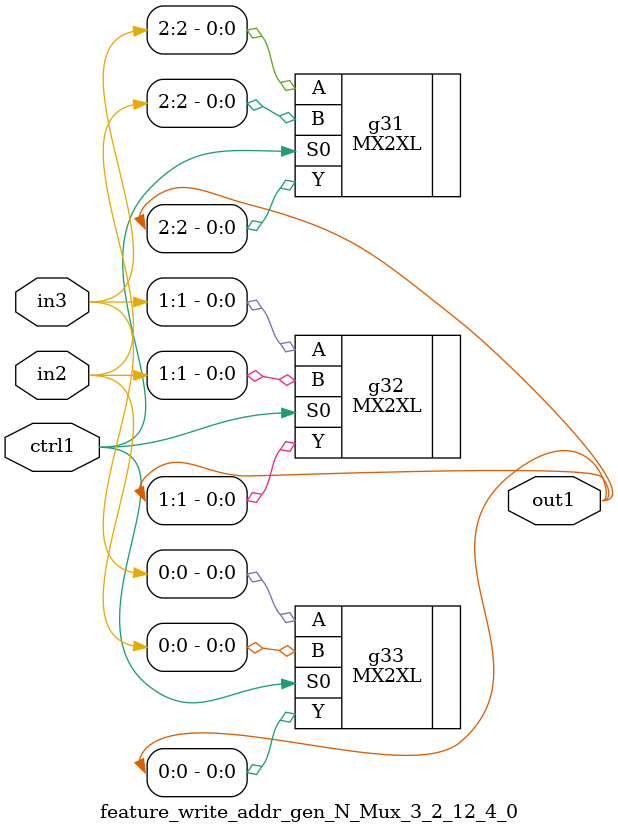
<source format=v>
`timescale 1ps / 1ps


module feature_write_addr_gen_N_Mux_3_2_12_4_0(in3, in2, ctrl1, out1);
  input [2:0] in3, in2;
  input ctrl1;
  output [2:0] out1;
  wire [2:0] in3, in2;
  wire ctrl1;
  wire [2:0] out1;
  MX2XL g31(.A (in3[2]), .B (in2[2]), .S0 (ctrl1), .Y (out1[2]));
  MX2XL g32(.A (in3[1]), .B (in2[1]), .S0 (ctrl1), .Y (out1[1]));
  MX2XL g33(.A (in3[0]), .B (in2[0]), .S0 (ctrl1), .Y (out1[0]));
endmodule



</source>
